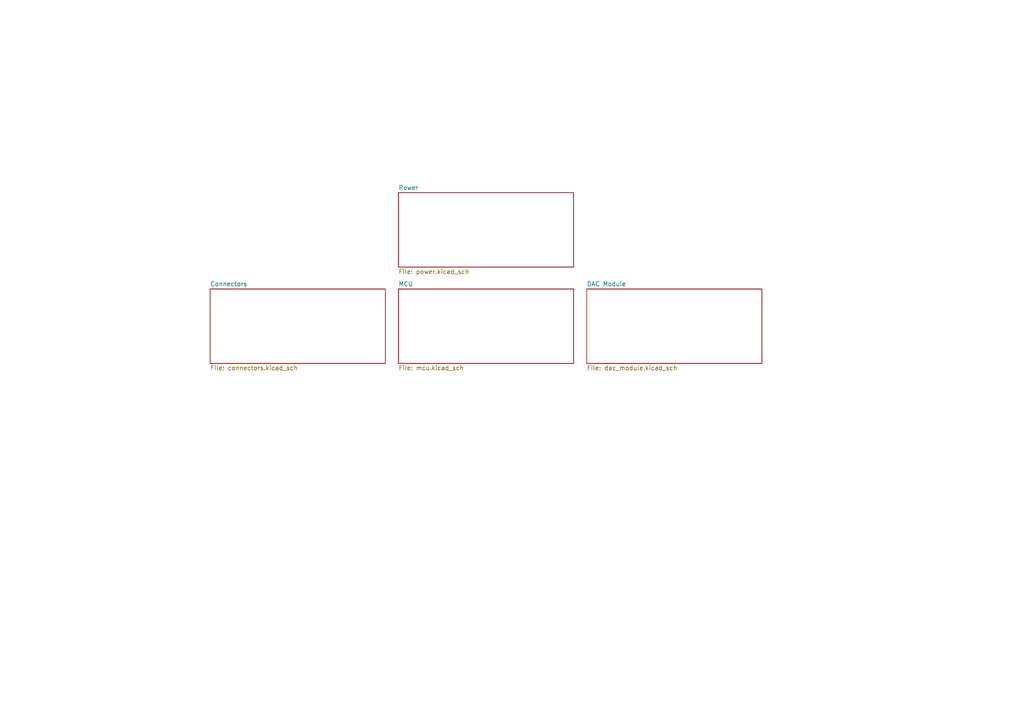
<source format=kicad_sch>
(kicad_sch
	(version 20231120)
	(generator "eeschema")
	(generator_version "8.0")
	(uuid "84428f79-48f3-4df1-bcb7-de6293731eb2")
	(paper "A4")
	(lib_symbols)
	(sheet
		(at 170.18 83.82)
		(size 50.8 21.59)
		(fields_autoplaced yes)
		(stroke
			(width 0.1524)
			(type solid)
		)
		(fill
			(color 0 0 0 0.0000)
		)
		(uuid "3967ea8f-3475-400c-b535-183b98fe81ca")
		(property "Sheetname" "DAC Module"
			(at 170.18 83.1084 0)
			(effects
				(font
					(size 1.27 1.27)
				)
				(justify left bottom)
			)
		)
		(property "Sheetfile" "dac_module.kicad_sch"
			(at 170.18 105.9946 0)
			(effects
				(font
					(size 1.27 1.27)
				)
				(justify left top)
			)
		)
		(instances
			(project "Kingfisher"
				(path "/84428f79-48f3-4df1-bcb7-de6293731eb2"
					(page "5")
				)
			)
		)
	)
	(sheet
		(at 115.57 55.88)
		(size 50.8 21.59)
		(fields_autoplaced yes)
		(stroke
			(width 0.1524)
			(type solid)
		)
		(fill
			(color 0 0 0 0.0000)
		)
		(uuid "4d7e4cc8-7578-45e3-93ad-015beb42a6e5")
		(property "Sheetname" "Power"
			(at 115.57 55.1684 0)
			(effects
				(font
					(size 1.27 1.27)
				)
				(justify left bottom)
			)
		)
		(property "Sheetfile" "power.kicad_sch"
			(at 115.57 78.0546 0)
			(effects
				(font
					(size 1.27 1.27)
				)
				(justify left top)
			)
		)
		(instances
			(project "Kingfisher"
				(path "/84428f79-48f3-4df1-bcb7-de6293731eb2"
					(page "2")
				)
			)
		)
	)
	(sheet
		(at 115.57 83.82)
		(size 50.8 21.59)
		(fields_autoplaced yes)
		(stroke
			(width 0.1524)
			(type solid)
		)
		(fill
			(color 0 0 0 0.0000)
		)
		(uuid "905e0069-b44e-4218-aa85-ef37d884aa0b")
		(property "Sheetname" "MCU"
			(at 115.57 83.1084 0)
			(effects
				(font
					(size 1.27 1.27)
				)
				(justify left bottom)
			)
		)
		(property "Sheetfile" "mcu.kicad_sch"
			(at 115.57 105.9946 0)
			(effects
				(font
					(size 1.27 1.27)
				)
				(justify left top)
			)
		)
		(instances
			(project "Kingfisher"
				(path "/84428f79-48f3-4df1-bcb7-de6293731eb2"
					(page "3")
				)
			)
		)
	)
	(sheet
		(at 60.96 83.82)
		(size 50.8 21.59)
		(fields_autoplaced yes)
		(stroke
			(width 0.1524)
			(type solid)
		)
		(fill
			(color 0 0 0 0.0000)
		)
		(uuid "edcc2b07-e777-44c8-9724-ebdcbfdd3e30")
		(property "Sheetname" "Connectors"
			(at 60.96 83.1084 0)
			(effects
				(font
					(size 1.27 1.27)
				)
				(justify left bottom)
			)
		)
		(property "Sheetfile" "connectors.kicad_sch"
			(at 60.96 105.9946 0)
			(effects
				(font
					(size 1.27 1.27)
				)
				(justify left top)
			)
		)
		(instances
			(project "Kingfisher"
				(path "/84428f79-48f3-4df1-bcb7-de6293731eb2"
					(page "4")
				)
			)
		)
	)
	(sheet_instances
		(path "/"
			(page "1")
		)
	)
)

</source>
